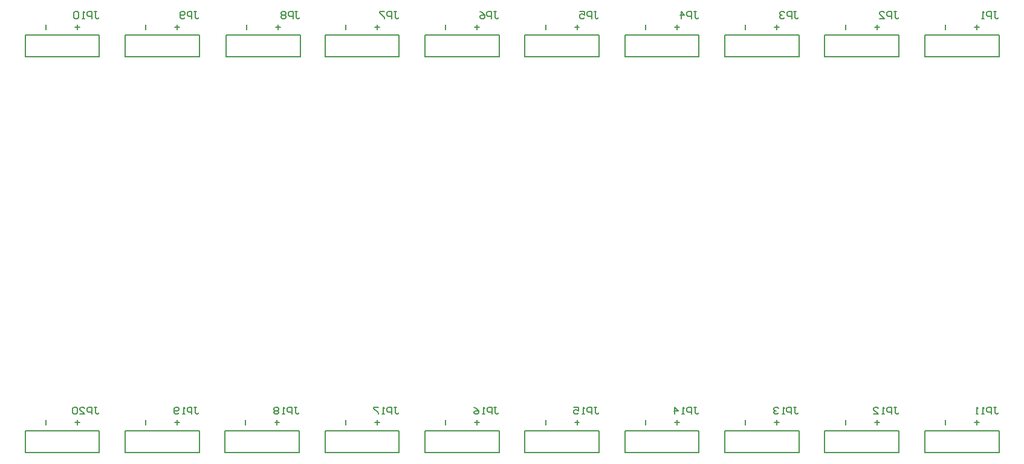
<source format=gbo>
G04*
G04 #@! TF.GenerationSoftware,Altium Limited,Altium Designer,20.0.1 (14)*
G04*
G04 Layer_Color=32896*
%FSLAX44Y44*%
%MOMM*%
G71*
G01*
G75*
%ADD10C,0.2000*%
%ADD12C,0.1500*%
D10*
X1276000Y1114760D02*
X1380000D01*
X1276000D02*
Y1145240D01*
X1380000Y1114760D02*
Y1145240D01*
X1276000D02*
X1380000D01*
X1136000Y1114760D02*
X1240000D01*
X1136000D02*
Y1145240D01*
X1240000Y1114760D02*
Y1145240D01*
X1136000D02*
X1240000D01*
X996000D02*
X1100000D01*
Y1114760D02*
Y1145240D01*
X996000Y1114760D02*
Y1145240D01*
Y1114760D02*
X1100000D01*
X856000D02*
X960000D01*
X856000D02*
Y1145240D01*
X960000Y1114760D02*
Y1145240D01*
X856000D02*
X960000D01*
X716000D02*
X820000D01*
Y1114760D02*
Y1145240D01*
X716000Y1114760D02*
Y1145240D01*
Y1114760D02*
X820000D01*
X576000D02*
X680000D01*
X576000D02*
Y1145240D01*
X680000Y1114760D02*
Y1145240D01*
X576000D02*
X680000D01*
X436000D02*
X540000D01*
Y1114760D02*
Y1145240D01*
X436000Y1114760D02*
Y1145240D01*
Y1114760D02*
X540000D01*
X297510D02*
X401510D01*
X297510D02*
Y1145240D01*
X401510Y1114760D02*
Y1145240D01*
X297510D02*
X401510D01*
X156000D02*
X260000D01*
Y1114760D02*
Y1145240D01*
X156000Y1114760D02*
Y1145240D01*
Y1114760D02*
X260000D01*
X16000D02*
X120000D01*
X16000D02*
Y1145240D01*
X120000Y1114760D02*
Y1145240D01*
X16000D02*
X120000D01*
X16000Y590240D02*
X120000D01*
Y559760D02*
Y590240D01*
X16000Y559760D02*
Y590240D01*
Y559760D02*
X120000D01*
X156000D02*
X260000D01*
X156000D02*
Y590240D01*
X260000Y559760D02*
Y590240D01*
X156000D02*
X260000D01*
X296000D02*
X400000D01*
Y559760D02*
Y590240D01*
X296000Y559760D02*
Y590240D01*
Y559760D02*
X400000D01*
X436000D02*
X540000D01*
X436000D02*
Y590240D01*
X540000Y559760D02*
Y590240D01*
X436000D02*
X540000D01*
X856000D02*
X960000D01*
Y559760D02*
Y590240D01*
X856000Y559760D02*
Y590240D01*
Y559760D02*
X960000D01*
X996000D02*
X1100000D01*
X996000D02*
Y590240D01*
X1100000Y559760D02*
Y590240D01*
X996000D02*
X1100000D01*
X576000D02*
X680000D01*
Y559760D02*
Y590240D01*
X576000Y559760D02*
Y590240D01*
Y559760D02*
X680000D01*
X716000D02*
X820000D01*
X716000D02*
Y590240D01*
X820000Y559760D02*
Y590240D01*
X716000D02*
X820000D01*
X1136000D02*
X1240000D01*
Y559760D02*
Y590240D01*
X1136000Y559760D02*
Y590240D01*
Y559760D02*
X1240000D01*
X1276000D02*
X1380000D01*
X1276000D02*
Y590240D01*
X1380000Y559760D02*
Y590240D01*
X1276000D02*
X1380000D01*
X1348998Y1153000D02*
Y1159665D01*
X1352331Y1156332D02*
X1345666D01*
X1304998Y1153000D02*
Y1159665D01*
X1208998Y1153000D02*
Y1159665D01*
X1212331Y1156332D02*
X1205666D01*
X1164998Y1153000D02*
Y1159665D01*
X1024998Y1153000D02*
Y1159665D01*
X1068998Y1153000D02*
Y1159665D01*
X1072331Y1156332D02*
X1065666D01*
X928998Y1153000D02*
Y1159665D01*
X932331Y1156332D02*
X925666D01*
X884998Y1153000D02*
Y1159665D01*
X744998Y1153000D02*
Y1159665D01*
X788998Y1153000D02*
Y1159665D01*
X792331Y1156332D02*
X785666D01*
X648998Y1153000D02*
Y1159665D01*
X652331Y1156332D02*
X645666D01*
X604998Y1153000D02*
Y1159665D01*
X464998Y1153000D02*
Y1159665D01*
X508998Y1153000D02*
Y1159665D01*
X512331Y1156332D02*
X505666D01*
X370508Y1153000D02*
Y1159665D01*
X373841Y1156332D02*
X367176D01*
X326508Y1153000D02*
Y1159665D01*
X184998Y1153000D02*
Y1159665D01*
X228998Y1153000D02*
Y1159665D01*
X232331Y1156332D02*
X225666D01*
X88998Y1153000D02*
Y1159665D01*
X92331Y1156332D02*
X85666D01*
X44998Y1153000D02*
Y1159665D01*
X44998Y598000D02*
Y604664D01*
X88998Y598000D02*
Y604664D01*
X92331Y601332D02*
X85666D01*
X228998Y598000D02*
Y604664D01*
X232331Y601332D02*
X225666D01*
X184998Y598000D02*
Y604664D01*
X324998Y598000D02*
Y604664D01*
X368998Y598000D02*
Y604664D01*
X372331Y601332D02*
X365666D01*
X508998Y598000D02*
Y604664D01*
X512331Y601332D02*
X505666D01*
X464998Y598000D02*
Y604664D01*
X884998Y598000D02*
Y604664D01*
X928998Y598000D02*
Y604664D01*
X932331Y601332D02*
X925666D01*
X1068998Y598000D02*
Y604664D01*
X1072331Y601332D02*
X1065666D01*
X1024998Y598000D02*
Y604664D01*
X604998Y598000D02*
Y604664D01*
X648998Y598000D02*
Y604664D01*
X652331Y601332D02*
X645666D01*
X788998Y598000D02*
Y604664D01*
X792331Y601332D02*
X785666D01*
X744998Y598000D02*
Y604664D01*
X1164998Y598000D02*
Y604664D01*
X1208998Y598000D02*
Y604664D01*
X1212331Y601332D02*
X1205666D01*
X1348998Y598000D02*
Y604664D01*
X1352331Y601332D02*
X1345666D01*
X1304998Y598000D02*
Y604664D01*
D12*
X1372805Y623149D02*
X1376138D01*
X1374472D01*
Y614818D01*
X1376138Y613152D01*
X1377804D01*
X1379470Y614818D01*
X1369473Y613152D02*
Y623149D01*
X1364475D01*
X1362809Y621483D01*
Y618150D01*
X1364475Y616484D01*
X1369473D01*
X1359476Y613152D02*
X1356144D01*
X1357810D01*
Y623149D01*
X1359476Y621483D01*
X1351146Y613152D02*
X1347814D01*
X1349480D01*
Y623149D01*
X1351146Y621483D01*
X1232851Y623149D02*
X1236184D01*
X1234518D01*
Y614818D01*
X1236184Y613152D01*
X1237850D01*
X1239516Y614818D01*
X1229519Y613152D02*
Y623149D01*
X1224521D01*
X1222855Y621483D01*
Y618150D01*
X1224521Y616484D01*
X1229519D01*
X1219522Y613152D02*
X1216190D01*
X1217856D01*
Y623149D01*
X1219522Y621483D01*
X1204527Y613152D02*
X1211192D01*
X1204527Y619817D01*
Y621483D01*
X1206193Y623149D01*
X1209526D01*
X1211192Y621483D01*
X812897Y623149D02*
X816230D01*
X814564D01*
Y614818D01*
X816230Y613152D01*
X817896D01*
X819562Y614818D01*
X809565Y613152D02*
Y623149D01*
X804567D01*
X802901Y621483D01*
Y618150D01*
X804567Y616484D01*
X809565D01*
X799568Y613152D02*
X796236D01*
X797902D01*
Y623149D01*
X799568Y621483D01*
X784573Y623149D02*
X791238D01*
Y618150D01*
X787906Y619817D01*
X786239D01*
X784573Y618150D01*
Y614818D01*
X786239Y613152D01*
X789572D01*
X791238Y614818D01*
X672943Y623149D02*
X676276D01*
X674610D01*
Y614818D01*
X676276Y613152D01*
X677942D01*
X679608Y614818D01*
X669611Y613152D02*
Y623149D01*
X664613D01*
X662947Y621483D01*
Y618150D01*
X664613Y616484D01*
X669611D01*
X659614Y613152D02*
X656282D01*
X657948D01*
Y623149D01*
X659614Y621483D01*
X644619Y623149D02*
X647952Y621483D01*
X651284Y618150D01*
Y614818D01*
X649618Y613152D01*
X646285D01*
X644619Y614818D01*
Y616484D01*
X646285Y618150D01*
X651284D01*
X1092736Y623149D02*
X1096068D01*
X1094402D01*
Y614818D01*
X1096068Y613152D01*
X1097734D01*
X1099400Y614818D01*
X1089403Y613152D02*
Y623149D01*
X1084405D01*
X1082739Y621483D01*
Y618150D01*
X1084405Y616484D01*
X1089403D01*
X1079406Y613152D02*
X1076074D01*
X1077740D01*
Y623149D01*
X1079406Y621483D01*
X1071076D02*
X1069410Y623149D01*
X1066077D01*
X1064411Y621483D01*
Y619817D01*
X1066077Y618150D01*
X1067744D01*
X1066077D01*
X1064411Y616484D01*
Y614818D01*
X1066077Y613152D01*
X1069410D01*
X1071076Y614818D01*
X952782Y623149D02*
X956114D01*
X954448D01*
Y614818D01*
X956114Y613152D01*
X957780D01*
X959446Y614818D01*
X949449Y613152D02*
Y623149D01*
X944451D01*
X942785Y621483D01*
Y618150D01*
X944451Y616484D01*
X949449D01*
X939452Y613152D02*
X936120D01*
X937786D01*
Y623149D01*
X939452Y621483D01*
X926123Y613152D02*
Y623149D01*
X931122Y618150D01*
X924457D01*
X532827Y623149D02*
X536160D01*
X534494D01*
Y614818D01*
X536160Y613152D01*
X537826D01*
X539492Y614818D01*
X529495Y613152D02*
Y623149D01*
X524497D01*
X522831Y621483D01*
Y618150D01*
X524497Y616484D01*
X529495D01*
X519498Y613152D02*
X516166D01*
X517832D01*
Y623149D01*
X519498Y621483D01*
X511168Y623149D02*
X504503D01*
Y621483D01*
X511168Y614818D01*
Y613152D01*
X392873Y623149D02*
X396206D01*
X394540D01*
Y614818D01*
X396206Y613152D01*
X397872D01*
X399538Y614818D01*
X389541Y613152D02*
Y623149D01*
X384543D01*
X382877Y621483D01*
Y618150D01*
X384543Y616484D01*
X389541D01*
X379544Y613152D02*
X376212D01*
X377878D01*
Y623149D01*
X379544Y621483D01*
X371214D02*
X369548Y623149D01*
X366215D01*
X364549Y621483D01*
Y619817D01*
X366215Y618150D01*
X364549Y616484D01*
Y614818D01*
X366215Y613152D01*
X369548D01*
X371214Y614818D01*
Y616484D01*
X369548Y618150D01*
X371214Y619817D01*
Y621483D01*
X369548Y618150D02*
X366215D01*
X252920Y623149D02*
X256252D01*
X254586D01*
Y614818D01*
X256252Y613152D01*
X257918D01*
X259584Y614818D01*
X249587Y613152D02*
Y623149D01*
X244589D01*
X242923Y621483D01*
Y618150D01*
X244589Y616484D01*
X249587D01*
X239590Y613152D02*
X236258D01*
X237924D01*
Y623149D01*
X239590Y621483D01*
X231260Y614818D02*
X229594Y613152D01*
X226261D01*
X224595Y614818D01*
Y621483D01*
X226261Y623149D01*
X229594D01*
X231260Y621483D01*
Y619817D01*
X229594Y618150D01*
X224595D01*
X112711Y623149D02*
X116044D01*
X114378D01*
Y614818D01*
X116044Y613152D01*
X117710D01*
X119376Y614818D01*
X109379Y613152D02*
Y623149D01*
X104381D01*
X102715Y621483D01*
Y618150D01*
X104381Y616484D01*
X109379D01*
X92718Y613152D02*
X99382D01*
X92718Y619817D01*
Y621483D01*
X94384Y623149D01*
X97716D01*
X99382Y621483D01*
X89386D02*
X87719Y623149D01*
X84387D01*
X82721Y621483D01*
Y614818D01*
X84387Y613152D01*
X87719D01*
X89386Y614818D01*
Y621483D01*
X112711Y1178139D02*
X116044D01*
X114378D01*
Y1169808D01*
X116044Y1168142D01*
X117710D01*
X119376Y1169808D01*
X109379Y1168142D02*
Y1178139D01*
X104381D01*
X102715Y1176473D01*
Y1173140D01*
X104381Y1171474D01*
X109379D01*
X99382Y1168142D02*
X96050D01*
X97716D01*
Y1178139D01*
X99382Y1176473D01*
X91052D02*
X89386Y1178139D01*
X86053D01*
X84387Y1176473D01*
Y1169808D01*
X86053Y1168142D01*
X89386D01*
X91052Y1169808D01*
Y1176473D01*
X252920Y1178139D02*
X256252D01*
X254586D01*
Y1169808D01*
X256252Y1168142D01*
X257918D01*
X259584Y1169808D01*
X249587Y1168142D02*
Y1178139D01*
X244589D01*
X242923Y1176473D01*
Y1173140D01*
X244589Y1171474D01*
X249587D01*
X239590Y1169808D02*
X237924Y1168142D01*
X234592D01*
X232926Y1169808D01*
Y1176473D01*
X234592Y1178139D01*
X237924D01*
X239590Y1176473D01*
Y1174807D01*
X237924Y1173140D01*
X232926D01*
X394398Y1178139D02*
X397730D01*
X396064D01*
Y1169808D01*
X397730Y1168142D01*
X399396D01*
X401062Y1169808D01*
X391065Y1168142D02*
Y1178139D01*
X386067D01*
X384401Y1176473D01*
Y1173140D01*
X386067Y1171474D01*
X391065D01*
X381068Y1176473D02*
X379402Y1178139D01*
X376070D01*
X374404Y1176473D01*
Y1174807D01*
X376070Y1173140D01*
X374404Y1171474D01*
Y1169808D01*
X376070Y1168142D01*
X379402D01*
X381068Y1169808D01*
Y1171474D01*
X379402Y1173140D01*
X381068Y1174807D01*
Y1176473D01*
X379402Y1173140D02*
X376070D01*
X532827Y1178139D02*
X536160D01*
X534494D01*
Y1169808D01*
X536160Y1168142D01*
X537826D01*
X539492Y1169808D01*
X529495Y1168142D02*
Y1178139D01*
X524497D01*
X522831Y1176473D01*
Y1173140D01*
X524497Y1171474D01*
X529495D01*
X519498Y1178139D02*
X512834D01*
Y1176473D01*
X519498Y1169808D01*
Y1168142D01*
X672782Y1178139D02*
X676114D01*
X674448D01*
Y1169808D01*
X676114Y1168142D01*
X677780D01*
X679446Y1169808D01*
X669449Y1168142D02*
Y1178139D01*
X664451D01*
X662785Y1176473D01*
Y1173140D01*
X664451Y1171474D01*
X669449D01*
X652788Y1178139D02*
X656120Y1176473D01*
X659453Y1173140D01*
Y1169808D01*
X657786Y1168142D01*
X654454D01*
X652788Y1169808D01*
Y1171474D01*
X654454Y1173140D01*
X659453D01*
X812736Y1178139D02*
X816068D01*
X814402D01*
Y1169808D01*
X816068Y1168142D01*
X817734D01*
X819400Y1169808D01*
X809403Y1168142D02*
Y1178139D01*
X804405D01*
X802739Y1176473D01*
Y1173140D01*
X804405Y1171474D01*
X809403D01*
X792742Y1178139D02*
X799407D01*
Y1173140D01*
X796074Y1174807D01*
X794408D01*
X792742Y1173140D01*
Y1169808D01*
X794408Y1168142D01*
X797740D01*
X799407Y1169808D01*
X952943Y1178139D02*
X956276D01*
X954610D01*
Y1169808D01*
X956276Y1168142D01*
X957942D01*
X959608Y1169808D01*
X949611Y1168142D02*
Y1178139D01*
X944613D01*
X942947Y1176473D01*
Y1173140D01*
X944613Y1171474D01*
X949611D01*
X934616Y1168142D02*
Y1178139D01*
X939614Y1173140D01*
X932950D01*
X1092897Y1178139D02*
X1096230D01*
X1094564D01*
Y1169808D01*
X1096230Y1168142D01*
X1097896D01*
X1099562Y1169808D01*
X1089565Y1168142D02*
Y1178139D01*
X1084567D01*
X1082901Y1176473D01*
Y1173140D01*
X1084567Y1171474D01*
X1089565D01*
X1079568Y1176473D02*
X1077902Y1178139D01*
X1074570D01*
X1072904Y1176473D01*
Y1174807D01*
X1074570Y1173140D01*
X1076236D01*
X1074570D01*
X1072904Y1171474D01*
Y1169808D01*
X1074570Y1168142D01*
X1077902D01*
X1079568Y1169808D01*
X1232851Y1178139D02*
X1236184D01*
X1234518D01*
Y1169808D01*
X1236184Y1168142D01*
X1237850D01*
X1239516Y1169808D01*
X1229519Y1168142D02*
Y1178139D01*
X1224521D01*
X1222855Y1176473D01*
Y1173140D01*
X1224521Y1171474D01*
X1229519D01*
X1212858Y1168142D02*
X1219522D01*
X1212858Y1174807D01*
Y1176473D01*
X1214524Y1178139D01*
X1217856D01*
X1219522Y1176473D01*
X1372805Y1178139D02*
X1376138D01*
X1374472D01*
Y1169808D01*
X1376138Y1168142D01*
X1377804D01*
X1379470Y1169808D01*
X1369473Y1168142D02*
Y1178139D01*
X1364475D01*
X1362809Y1176473D01*
Y1173140D01*
X1364475Y1171474D01*
X1369473D01*
X1359476Y1168142D02*
X1356144D01*
X1357810D01*
Y1178139D01*
X1359476Y1176473D01*
M02*

</source>
